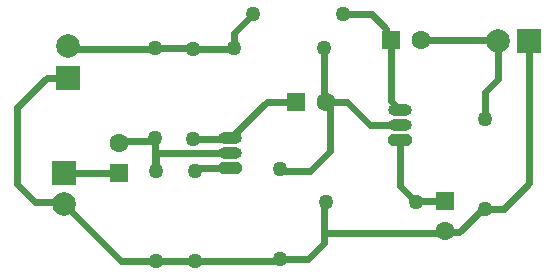
<source format=gbr>
G04 DipTrace 3.0.0.1*
G04 Bottom.gbr*
%MOIN*%
G04 #@! TF.FileFunction,Copper,L2,Bot*
G04 #@! TF.Part,Single*
%AMOUTLINE0*
4,1,8,
-0.029528,0.019685,
-0.03937,0.009843,
-0.03937,-0.009843,
-0.029528,-0.019685,
0.029528,-0.019685,
0.03937,-0.009843,
0.03937,0.009843,
0.029528,0.019685,
-0.029528,0.019685,
0*%
G04 #@! TA.AperFunction,Conductor*
%ADD13C,0.023622*%
G04 #@! TA.AperFunction,ComponentPad*
%ADD15C,0.062992*%
%ADD16R,0.062992X0.062992*%
%ADD18R,0.07874X0.07874*%
%ADD19C,0.07874*%
%ADD20O,0.07874X0.03937*%
%ADD21C,0.05*%
%ADD22C,0.05*%
%ADD43OUTLINE0*%
%FSLAX26Y26*%
G04*
G70*
G90*
G75*
G01*
G04 Bottom*
%LPD*%
X831102Y888583D2*
D13*
X1014567D1*
X2381496Y1327165D2*
Y854724D1*
X2295669Y768898D1*
X2232677D1*
X2098819Y693701D2*
Y690157D1*
X2148031D1*
X2226772Y768898D1*
X2232677D1*
X2098819Y693701D2*
Y687008D1*
X1697244D1*
Y790551D1*
X1703150D1*
X1550787Y600000D2*
X1642126D1*
X1698031Y655906D1*
Y790551D1*
X1268110Y594882D2*
X1545669D1*
X1550787Y600000D1*
X1135039Y595276D2*
X1267717D1*
X1268110Y594882D1*
X1135039Y595276D2*
X1019291D1*
X831102Y783465D1*
X842913Y1206299D2*
X772047D1*
X672441Y1106693D1*
Y850787D1*
X731890Y791339D1*
X823228D1*
X831102Y783465D1*
X1134646Y1005118D2*
Y996063D1*
X1022047D1*
X1014567Y988583D1*
X1134646Y1005118D2*
Y895669D1*
X1135039Y895276D1*
X1383071Y953543D2*
X1135039D1*
Y895276D1*
X1601969Y1125984D2*
X1505512D1*
X1383071Y1003543D1*
X1261024Y1000787D2*
X1380315D1*
X1383071Y1003543D1*
Y903543D2*
X1276772D1*
X1268110Y894882D1*
X1696063Y1305118D2*
Y1131890D1*
X1701969Y1125984D1*
X1550787Y900000D2*
Y914567D1*
X1536220Y900000D2*
X1550787D1*
Y896063D1*
X1648819D1*
X1715748Y962992D1*
Y1125984D1*
X1701969D1*
X1772047D1*
X1851181Y1046850D1*
X1950394D1*
X1760630Y1418110D2*
X1856299D1*
X1904724Y1369685D1*
Y1331890D1*
X1919685D1*
Y1127559D1*
X1950394Y1096850D1*
Y996850D2*
Y843307D1*
X2003150Y790551D1*
X2098819Y793701D2*
X2006299D1*
X2003150Y790551D1*
X2019685Y1331890D2*
X2223228D1*
X2221260Y1329921D1*
X2276378D1*
Y1327165D1*
X2232677Y1068898D2*
Y1157087D1*
X2276378Y1200787D1*
Y1327165D1*
X842913Y1311417D2*
Y1302362D1*
X1131890D1*
X1134646Y1305118D1*
X1256693D1*
X1261024Y1300787D1*
X1391732D1*
X1396063Y1305118D1*
Y1353543D1*
X1460630Y1418110D1*
D15*
X1701969Y1125984D3*
D16*
X1601969D3*
D15*
X2019685Y1331890D3*
D16*
X1919685D3*
D15*
X2098819Y693701D3*
D16*
Y793701D3*
D15*
X1014567Y988583D3*
D16*
Y888583D3*
D18*
X842913Y1206299D3*
D19*
Y1311417D3*
D43*
X1383071Y903543D3*
D20*
Y953543D3*
Y1003543D3*
D43*
X1950394Y996850D3*
D20*
Y1046850D3*
Y1096850D3*
D21*
X1261024Y1300787D3*
D22*
Y1000787D3*
D21*
X1134646Y1305118D3*
D22*
Y1005118D3*
D21*
X1135039Y895276D3*
D22*
Y595276D3*
D21*
X1268110Y894882D3*
D22*
Y594882D3*
D21*
X1396063Y1305118D3*
D22*
X1696063D3*
D21*
X1460630Y1418110D3*
D22*
X1760630D3*
D21*
X1550787Y900000D3*
D22*
Y600000D3*
D21*
X2003150Y790551D3*
D22*
X1703150D3*
D21*
X2232677Y1068898D3*
D22*
Y768898D3*
D18*
X2381496Y1327165D3*
D19*
X2276378D3*
D18*
X831102Y888583D3*
D19*
Y783465D3*
M02*

</source>
